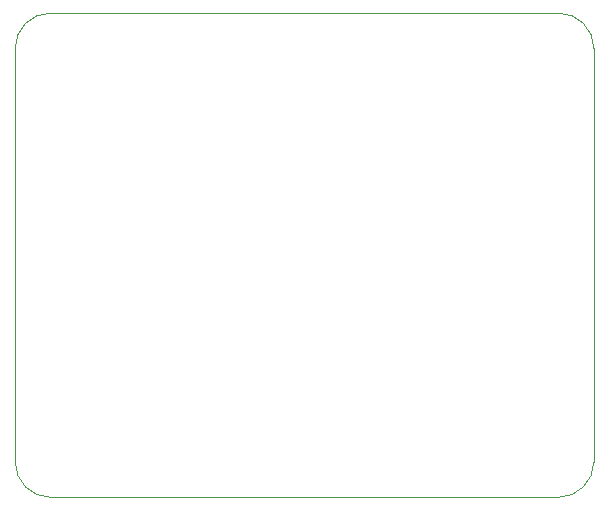
<source format=gm1>
G04 #@! TF.GenerationSoftware,KiCad,Pcbnew,8.0.2*
G04 #@! TF.CreationDate,2025-02-01T15:31:25-07:00*
G04 #@! TF.ProjectId,sdm25wheel,73646d32-3577-4686-9565-6c2e6b696361,v1.1*
G04 #@! TF.SameCoordinates,Original*
G04 #@! TF.FileFunction,Profile,NP*
%FSLAX46Y46*%
G04 Gerber Fmt 4.6, Leading zero omitted, Abs format (unit mm)*
G04 Created by KiCad (PCBNEW 8.0.2) date 2025-02-01 15:31:25*
%MOMM*%
%LPD*%
G01*
G04 APERTURE LIST*
G04 #@! TA.AperFunction,Profile*
%ADD10C,0.100000*%
G04 #@! TD*
G04 APERTURE END LIST*
D10*
X154000000Y-75000000D02*
X197000000Y-75000000D01*
X200000000Y-113000000D02*
G75*
G02*
X197000000Y-116000000I-3000000J0D01*
G01*
X151000000Y-78000000D02*
G75*
G02*
X154000000Y-75000000I3000000J0D01*
G01*
X197000000Y-75000000D02*
G75*
G02*
X200000000Y-78000000I0J-3000000D01*
G01*
X200000000Y-78000000D02*
X200000000Y-113000000D01*
X154000000Y-116000000D02*
X197000000Y-116000000D01*
X154000000Y-116000000D02*
G75*
G02*
X151000000Y-113000000I0J3000000D01*
G01*
X151000000Y-78000000D02*
X151000000Y-113000000D01*
M02*

</source>
